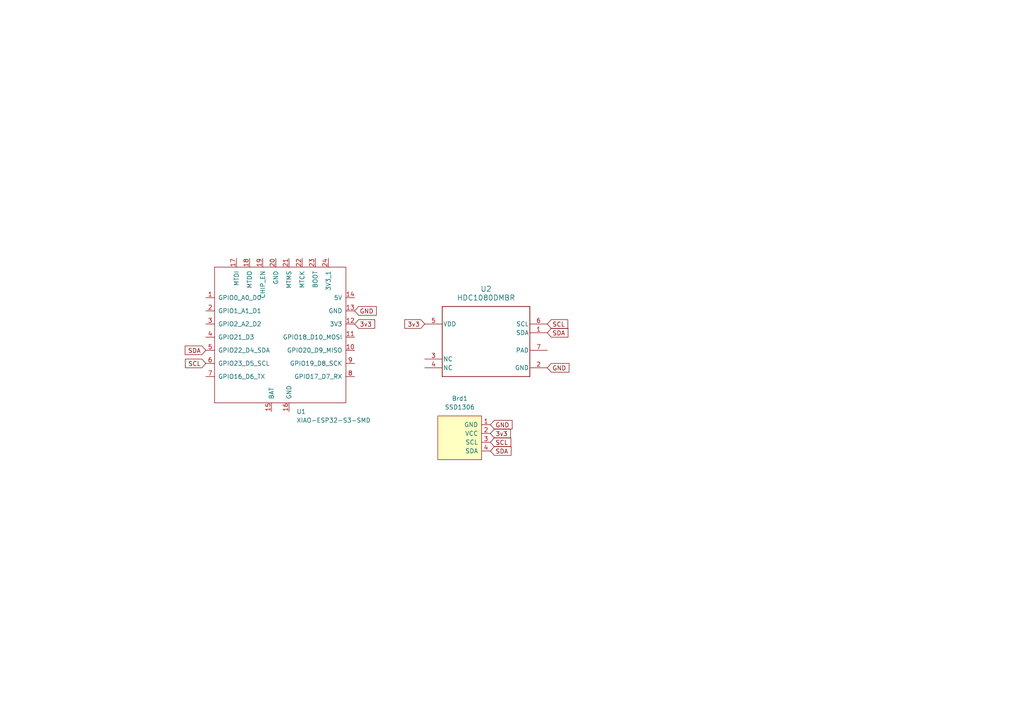
<source format=kicad_sch>
(kicad_sch (version 20250114) (generator "eeschema") (generator_version "9.0")
  (paper "A4")
  (lib_symbols
    (symbol "HDC1080DMBR:HDC1080DMBR" (pin_names (offset 0.254))
      (property "Reference" "U" (at 0 2.54 0))
      (property "Value" "HDC1080DMBR" (at 0 0 0))
      (symbol "HDC1080DMBR_0_1"
        (polyline (pts (xy -12.7 10.16) (xy -12.7 -10.16)) (stroke (width 0.2032)))
        (polyline (pts (xy -12.7 -10.16) (xy 12.7 -10.16)) (stroke (width 0.2032)))
        (polyline (pts (xy 12.7 10.16) (xy -12.7 10.16)) (stroke (width 0.2032)))
        (polyline (pts (xy 12.7 -10.16) (xy 12.7 10.16)) (stroke (width 0.2032)))
        (pin power_in line (at -17.78 5.08 0) (length 5.08) (name "VDD") (number "5"))
        (pin unspecified line (at -17.78 -5.08 0) (length 5.08) (name "NC") (number "3"))
        (pin unspecified line (at -17.78 -7.62 0) (length 5.08) (name "NC") (number "4"))
        (pin open_collector line (at 17.78 5.08 180) (length 5.08) (name "SCL") (number "6"))
        (pin bidirectional line (at 17.78 2.54 180) (length 5.08) (name "SDA") (number "1"))
        (pin power_in line (at 17.78 -2.54 180) (length 5.08) (name "PAD") (number "7"))
        (pin power_in line (at 17.78 -7.62 180) (length 5.08) (name "GND") (number "2"))
      )
    )
    (symbol "SSD1306-128x64_OLED:SSD1306" (pin_names (offset 1.016))
      (property "Reference" "Brd" (at 0 -3.81 0))
      (property "Value" "SSD1306" (at 0 -1.27 0))
      (symbol "SSD1306_0_1"
        (rectangle (start -6.35 6.35) (end 6.35 -6.35) (fill (type background)))
      )
      (symbol "SSD1306_1_1"
        (pin input line (at -3.81 8.89 270) (length 2.54) (name "GND") (number "1"))
        (pin input line (at -1.27 8.89 270) (length 2.54) (name "VCC") (number "2"))
        (pin input line (at 1.27 8.89 270) (length 2.54) (name "SCL") (number "3"))
        (pin input line (at 3.81 8.89 270) (length 2.54) (name "SDA") (number "4"))
      )
    )
    (symbol "Seeed_Studio_XIAO_Series:XIAO-ESP32-C6-SMD" (pin_names (offset 1.016))
      (property "Reference" "U" (at -18.542 23.114 0))
      (property "Value" "XIAO-ESP32-S3-SMD" (at -8.382 21.336 0))
      (symbol "XIAO-ESP32-C6-SMD_0_1"
        (rectangle (start 19.05 -19.05) (end -19.05 20.32))
      )
      (symbol "XIAO-ESP32-C6-SMD_1_1"
        (pin passive line (at -21.59 11.43 0) (length 2.54) (name "GPIO0_A0_D0") (number "1"))
        (pin passive line (at -21.59 7.62 0) (length 2.54) (name "GPIO1_A1_D1") (number "2"))
        (pin passive line (at -21.59 3.81 0) (length 2.54) (name "GPIO2_A2_D2") (number "3"))
        (pin passive line (at -21.59 0 0) (length 2.54) (name "GPIO21_D3") (number "4"))
        (pin passive line (at -21.59 -3.81 0) (length 2.54) (name "GPIO22_D4_SDA") (number "5"))
        (pin passive line (at -21.59 -7.62 0) (length 2.54) (name "GPIO23_D5_SCL") (number "6"))
        (pin passive line (at -21.59 -11.43 0) (length 2.54) (name "GPIO16_D6_TX") (number "7"))
        (pin passive line (at -12.7 22.86 270) (length 2.54) (name "MTDI") (number "17"))
        (pin passive line (at -8.89 22.86 270) (length 2.54) (name "MTDO") (number "18"))
        (pin passive line (at -5.08 22.86 270) (length 2.54) (name "CHIP_EN") (number "19"))
        (pin passive line (at -2.54 -21.59 90) (length 2.54) (name "BAT") (number "15"))
        (pin passive line (at -1.27 22.86 270) (length 2.54) (name "GND") (number "20"))
        (pin passive line (at 2.54 22.86 270) (length 2.54) (name "MTMS") (number "21"))
        (pin passive line (at 2.54 -21.59 90) (length 2.54) (name "GND") (number "16"))
        (pin passive line (at 6.35 22.86 270) (length 2.54) (name "MTCK") (number "22"))
        (pin passive line (at 10.16 22.86 270) (length 2.54) (name "BOOT") (number "23"))
        (pin passive line (at 13.97 22.86 270) (length 2.54) (name "3V3_1") (number "24"))
        (pin passive line (at 21.59 11.43 180) (length 2.54) (name "5V") (number "14"))
        (pin passive line (at 21.59 7.62 180) (length 2.54) (name "GND") (number "13"))
        (pin passive line (at 21.59 3.81 180) (length 2.54) (name "3V3") (number "12"))
        (pin passive line (at 21.59 0 180) (length 2.54) (name "GPIO18_D10_MOSI") (number "11"))
        (pin passive line (at 21.59 -3.81 180) (length 2.54) (name "GPIO20_D9_MISO") (number "10"))
        (pin passive line (at 21.59 -7.62 180) (length 2.54) (name "GPIO19_D8_SCK") (number "9"))
        (pin passive line (at 21.59 -11.43 180) (length 2.54) (name "GPIO17_D7_RX") (number "8"))
      )
    )
  )
  (global_label "SDA" (shape input) (at 158.75 96.52 0) (property "Intersheetrefs" "${INTERSHEET_REFS}" (effects (hide yes))))
  (global_label "3v3" (shape input) (at 123.19 93.98 180) (property "Intersheetrefs" "${INTERSHEET_REFS}" (effects (hide yes))))
  (global_label "SDA" (shape input) (at 59.69 101.6 180) (property "Intersheetrefs" "${INTERSHEET_REFS}" (effects (hide yes))))
  (global_label "SCL" (shape input) (at 158.75 93.98 0) (property "Intersheetrefs" "${INTERSHEET_REFS}" (effects (hide yes))))
  (global_label "SCL" (shape input) (at 142.24 128.27 0) (property "Intersheetrefs" "${INTERSHEET_REFS}" (effects (hide yes))))
  (global_label "SCL" (shape input) (at 59.69 105.41 180) (property "Intersheetrefs" "${INTERSHEET_REFS}" (effects (hide yes))))
  (global_label "3v3" (shape input) (at 142.24 125.73 0) (property "Intersheetrefs" "${INTERSHEET_REFS}" (effects (hide yes))))
  (global_label "GND" (shape input) (at 142.24 123.19 0) (property "Intersheetrefs" "${INTERSHEET_REFS}" (effects (hide yes))))
  (global_label "3v3" (shape input) (at 102.87 93.98 0) (property "Intersheetrefs" "${INTERSHEET_REFS}" (effects (hide yes))))
  (global_label "GND" (shape input) (at 102.87 90.17 0) (property "Intersheetrefs" "${INTERSHEET_REFS}" (effects (hide yes))))
  (global_label "GND" (shape input) (at 158.75 106.68 0) (property "Intersheetrefs" "${INTERSHEET_REFS}" (effects (hide yes))))
  (global_label "SDA" (shape input) (at 142.24 130.81 0) (property "Intersheetrefs" "${INTERSHEET_REFS}" (effects (hide yes))))
  (symbol (lib_id "HDC1080DMBR:HDC1080DMBR") (at 140.97 99.06 0) (unit 1)
    (property "Reference" "U2" (at 140.97 83.82 0) (effects (font (size 1.524 1.524))))
    (property "Value" "HDC1080DMBR" (at 140.97 86.36 0) (effects (font (size 1.524 1.524))))
    (property "Footprint" "HDC1080DMBR:DMB0006A" (effects (hide yes)))
    (property "Datasheet" "https://www.ti.com/lit/gpn/hdc1080" (effects (hide yes)))
  )
  (symbol (lib_id "SSD1306-128x64_OLED:SSD1306") (at 133.35 127 270) (unit 1)
    (property "Reference" "Brd1" (at 133.35 115.57 90))
    (property "Value" "SSD1306" (at 133.35 118.11 90))
    (property "Footprint" "SSD1306:128x64OLED" (effects (hide yes)))
    (property "Description" "SSD1306 OLED" (effects (hide yes)))
  )
  (symbol (lib_id "Seeed_Studio_XIAO_Series:XIAO-ESP32-C6-SMD") (at 81.28 97.79 0) (unit 1)
    (property "Reference" "U1" (at 85.9633 119.38 0) (effects (justify left)))
    (property "Value" "XIAO-ESP32-S3-SMD" (at 85.9633 121.92 0) (effects (justify left)))
    (property "Footprint" "Seeed Studio XIAO Series Library:XIAO-ESP32C6-DIP" (effects (hide yes)))
  )
)
</source>
